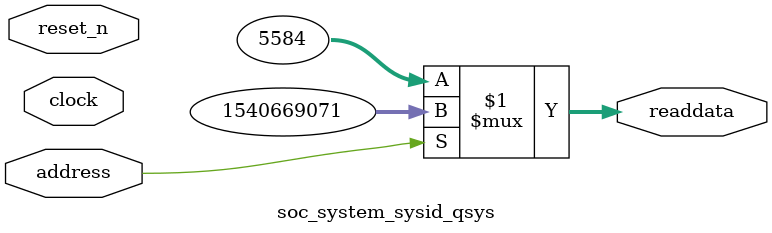
<source format=v>



// synthesis translate_off
`timescale 1ns / 1ps
// synthesis translate_on

// turn off superfluous verilog processor warnings 
// altera message_level Level1 
// altera message_off 10034 10035 10036 10037 10230 10240 10030 

module soc_system_sysid_qsys (
               // inputs:
                address,
                clock,
                reset_n,

               // outputs:
                readdata
             )
;

  output  [ 31: 0] readdata;
  input            address;
  input            clock;
  input            reset_n;

  wire    [ 31: 0] readdata;
  //control_slave, which is an e_avalon_slave
  assign readdata = address ? 1540669071 : 5584;

endmodule



</source>
